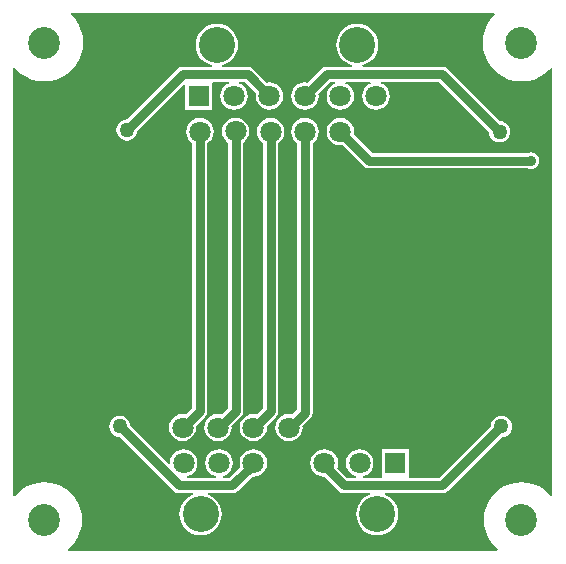
<source format=gbl>
G04*
G04 #@! TF.GenerationSoftware,Altium Limited,Altium Designer,19.1.7 (138)*
G04*
G04 Layer_Physical_Order=2*
G04 Layer_Color=16711680*
%FSLAX25Y25*%
%MOIN*%
G70*
G01*
G75*
%ADD23C,0.03000*%
%ADD24C,0.12000*%
%ADD25C,0.07087*%
%ADD26R,0.07087X0.07087*%
%ADD27C,0.03543*%
%ADD28R,0.03543X0.03543*%
%ADD29C,0.10630*%
%ADD30C,0.05000*%
%ADD31C,0.02000*%
G36*
X162004Y180285D02*
X161704Y180028D01*
X160383Y178482D01*
X159321Y176749D01*
X158543Y174870D01*
X158068Y172893D01*
X157909Y170866D01*
X158068Y168839D01*
X158543Y166862D01*
X159321Y164984D01*
X160383Y163250D01*
X161704Y161704D01*
X163250Y160383D01*
X164984Y159321D01*
X166862Y158543D01*
X168839Y158068D01*
X170866Y157909D01*
X172893Y158068D01*
X174870Y158543D01*
X176749Y159321D01*
X178482Y160383D01*
X180028Y161704D01*
X180679Y162466D01*
X181148Y162292D01*
Y19813D01*
X180648Y19628D01*
X179743Y20688D01*
X178245Y21967D01*
X176565Y22996D01*
X174745Y23750D01*
X172830Y24210D01*
X170866Y24365D01*
X168902Y24210D01*
X166987Y23750D01*
X165167Y22996D01*
X163487Y21967D01*
X161989Y20688D01*
X160710Y19190D01*
X159681Y17510D01*
X158927Y15690D01*
X158467Y13775D01*
X158313Y11811D01*
X158467Y9847D01*
X158927Y7932D01*
X159681Y6112D01*
X160710Y4432D01*
X161989Y2934D01*
X163049Y2029D01*
X162864Y1529D01*
X19814D01*
X19630Y2029D01*
X20688Y2934D01*
X21968Y4432D01*
X22997Y6111D01*
X23751Y7931D01*
X24211Y9847D01*
X24366Y11811D01*
X24211Y13775D01*
X23751Y15691D01*
X22997Y17511D01*
X21968Y19190D01*
X20688Y20688D01*
X19190Y21968D01*
X17511Y22997D01*
X15691Y23751D01*
X13775Y24211D01*
X11811Y24366D01*
X9847Y24211D01*
X7931Y23751D01*
X6111Y22997D01*
X4432Y21968D01*
X2934Y20688D01*
X2029Y19630D01*
X1529Y19814D01*
Y162292D01*
X1998Y162466D01*
X2649Y161704D01*
X4195Y160383D01*
X5928Y159321D01*
X7807Y158543D01*
X9784Y158068D01*
X11811Y157909D01*
X13838Y158068D01*
X15815Y158543D01*
X17694Y159321D01*
X19427Y160383D01*
X20973Y161704D01*
X22294Y163250D01*
X23356Y164984D01*
X24134Y166862D01*
X24609Y168839D01*
X24768Y170866D01*
X24609Y172893D01*
X24134Y174870D01*
X23356Y176749D01*
X22294Y178482D01*
X20973Y180028D01*
X20673Y180285D01*
X20846Y180754D01*
X161831D01*
X162004Y180285D01*
D02*
G37*
%LPC*%
G36*
X69342Y177113D02*
X67970Y176978D01*
X66650Y176577D01*
X65434Y175927D01*
X64368Y175052D01*
X63493Y173987D01*
X62843Y172771D01*
X62443Y171451D01*
X62308Y170079D01*
X62443Y168707D01*
X62843Y167387D01*
X63493Y166171D01*
X64368Y165105D01*
X65434Y164230D01*
X66650Y163580D01*
X67623Y163285D01*
X67549Y162785D01*
X57874D01*
X56899Y162591D01*
X56072Y162039D01*
X39284Y145251D01*
X38456Y145142D01*
X37605Y144790D01*
X36874Y144228D01*
X36313Y143497D01*
X35960Y142646D01*
X35840Y141732D01*
X35960Y140819D01*
X36313Y139967D01*
X36874Y139236D01*
X37605Y138675D01*
X38456Y138322D01*
X39370Y138202D01*
X40284Y138322D01*
X41135Y138675D01*
X41866Y139236D01*
X42427Y139967D01*
X42780Y140819D01*
X42889Y141646D01*
X58236Y156994D01*
X58698Y156802D01*
Y148435D01*
X67785D01*
Y157522D01*
X68217Y157687D01*
X73241D01*
X73341Y157187D01*
X72761Y156947D01*
X71812Y156219D01*
X71084Y155270D01*
X70626Y154165D01*
X70470Y152979D01*
X70626Y151793D01*
X71084Y150688D01*
X71812Y149738D01*
X72761Y149010D01*
X73867Y148552D01*
X75053Y148396D01*
X76239Y148552D01*
X77344Y149010D01*
X78293Y149738D01*
X79021Y150688D01*
X79479Y151793D01*
X79635Y152979D01*
X79479Y154165D01*
X79021Y155270D01*
X78293Y156219D01*
X77344Y156947D01*
X76765Y157187D01*
X76864Y157687D01*
X78550D01*
X82395Y153843D01*
X82281Y152979D01*
X82437Y151793D01*
X82895Y150688D01*
X83623Y149738D01*
X84572Y149010D01*
X85678Y148552D01*
X86864Y148396D01*
X88050Y148552D01*
X89155Y149010D01*
X90104Y149738D01*
X90832Y150688D01*
X91290Y151793D01*
X91446Y152979D01*
X91290Y154165D01*
X90832Y155270D01*
X90104Y156219D01*
X89155Y156947D01*
X88050Y157405D01*
X86864Y157561D01*
X86000Y157448D01*
X81409Y162039D01*
X80582Y162591D01*
X79606Y162785D01*
X71135D01*
X71061Y163285D01*
X72034Y163580D01*
X73250Y164230D01*
X74315Y165105D01*
X75190Y166171D01*
X75840Y167387D01*
X76240Y168707D01*
X76376Y170079D01*
X76240Y171451D01*
X75840Y172771D01*
X75190Y173987D01*
X74315Y175052D01*
X73250Y175927D01*
X72034Y176577D01*
X70714Y176978D01*
X69342Y177113D01*
D02*
G37*
G36*
X116142D02*
X114769Y176978D01*
X113450Y176577D01*
X112234Y175927D01*
X111168Y175052D01*
X110293Y173987D01*
X109643Y172771D01*
X109243Y171451D01*
X109108Y170079D01*
X109243Y168707D01*
X109643Y167387D01*
X110293Y166171D01*
X111168Y165105D01*
X112234Y164230D01*
X113450Y163580D01*
X114423Y163285D01*
X114349Y162785D01*
X105932D01*
X104957Y162591D01*
X104130Y162039D01*
X99539Y157448D01*
X98675Y157561D01*
X97489Y157405D01*
X96384Y156947D01*
X95434Y156219D01*
X94706Y155270D01*
X94248Y154165D01*
X94092Y152979D01*
X94248Y151793D01*
X94706Y150688D01*
X95434Y149738D01*
X96384Y149010D01*
X97489Y148552D01*
X98675Y148396D01*
X99861Y148552D01*
X100966Y149010D01*
X101915Y149738D01*
X102643Y150688D01*
X103101Y151793D01*
X103257Y152979D01*
X103144Y153843D01*
X106988Y157687D01*
X108674D01*
X108774Y157187D01*
X108195Y156947D01*
X107246Y156219D01*
X106517Y155270D01*
X106060Y154165D01*
X105903Y152979D01*
X106060Y151793D01*
X106517Y150688D01*
X107246Y149738D01*
X108195Y149010D01*
X109300Y148552D01*
X110486Y148396D01*
X111672Y148552D01*
X112777Y149010D01*
X113726Y149738D01*
X114454Y150688D01*
X114912Y151793D01*
X115068Y152979D01*
X114912Y154165D01*
X114454Y155270D01*
X113726Y156219D01*
X112777Y156947D01*
X112198Y157187D01*
X112297Y157687D01*
X120485D01*
X120585Y157187D01*
X120006Y156947D01*
X119056Y156219D01*
X118328Y155270D01*
X117870Y154165D01*
X117714Y152979D01*
X117870Y151793D01*
X118328Y150688D01*
X119056Y149738D01*
X120006Y149010D01*
X121111Y148552D01*
X122297Y148396D01*
X123483Y148552D01*
X124588Y149010D01*
X125537Y149738D01*
X126265Y150688D01*
X126723Y151793D01*
X126879Y152979D01*
X126723Y154165D01*
X126265Y155270D01*
X125537Y156219D01*
X124588Y156947D01*
X124009Y157187D01*
X124108Y157687D01*
X143432D01*
X160066Y141054D01*
X160175Y140226D01*
X160527Y139375D01*
X161088Y138644D01*
X161820Y138083D01*
X162671Y137730D01*
X163585Y137610D01*
X164498Y137730D01*
X165350Y138083D01*
X166081Y138644D01*
X166642Y139375D01*
X166995Y140226D01*
X167115Y141140D01*
X166995Y142053D01*
X166642Y142905D01*
X166081Y143636D01*
X165350Y144197D01*
X164498Y144550D01*
X163671Y144659D01*
X146291Y162039D01*
X145464Y162591D01*
X144488Y162785D01*
X117935D01*
X117861Y163285D01*
X118833Y163580D01*
X120050Y164230D01*
X121115Y165105D01*
X121990Y166171D01*
X122640Y167387D01*
X123040Y168707D01*
X123176Y170079D01*
X123040Y171451D01*
X122640Y172771D01*
X121990Y173987D01*
X121115Y175052D01*
X120050Y175927D01*
X118833Y176577D01*
X117514Y176978D01*
X116142Y177113D01*
D02*
G37*
G36*
X110486Y145750D02*
X109300Y145594D01*
X108195Y145136D01*
X107246Y144408D01*
X106517Y143459D01*
X106060Y142354D01*
X105903Y141168D01*
X106060Y139982D01*
X106517Y138876D01*
X107246Y137927D01*
X108195Y137199D01*
X109300Y136741D01*
X110486Y136585D01*
X111350Y136699D01*
X118355Y129694D01*
X119182Y129141D01*
X120158Y128947D01*
X172927D01*
X173292Y128796D01*
X174016Y128700D01*
X174739Y128796D01*
X175414Y129075D01*
X175993Y129519D01*
X176437Y130098D01*
X176716Y130772D01*
X176811Y131496D01*
X176716Y132220D01*
X176437Y132894D01*
X175993Y133473D01*
X175414Y133917D01*
X174739Y134196D01*
X174016Y134292D01*
X173292Y134196D01*
X172927Y134045D01*
X121213D01*
X114955Y140304D01*
X115068Y141168D01*
X114912Y142354D01*
X114454Y143459D01*
X113726Y144408D01*
X112777Y145136D01*
X111672Y145594D01*
X110486Y145750D01*
D02*
G37*
G36*
X98675D02*
X97489Y145594D01*
X96384Y145136D01*
X95434Y144408D01*
X94706Y143459D01*
X94248Y142354D01*
X94092Y141168D01*
X94248Y139982D01*
X94706Y138876D01*
X95434Y137927D01*
X96126Y137397D01*
Y48557D01*
X94508Y46940D01*
X94493Y46946D01*
X93307Y47102D01*
X92121Y46946D01*
X91016Y46488D01*
X90067Y45760D01*
X89338Y44811D01*
X88881Y43706D01*
X88725Y42520D01*
X88881Y41334D01*
X89338Y40228D01*
X90067Y39279D01*
X91016Y38551D01*
X92121Y38093D01*
X93307Y37937D01*
X94493Y38093D01*
X95598Y38551D01*
X96547Y39279D01*
X97276Y40228D01*
X97733Y41334D01*
X97890Y42520D01*
X97821Y43043D01*
X100477Y45699D01*
X101030Y46526D01*
X101224Y47502D01*
Y137397D01*
X101915Y137927D01*
X102643Y138876D01*
X103101Y139982D01*
X103257Y141168D01*
X103101Y142354D01*
X102643Y143459D01*
X101915Y144408D01*
X100966Y145136D01*
X99861Y145594D01*
X98675Y145750D01*
D02*
G37*
G36*
X87257D02*
X86071Y145594D01*
X84966Y145136D01*
X84017Y144408D01*
X83289Y143459D01*
X82831Y142354D01*
X82675Y141168D01*
X82831Y139982D01*
X83289Y138876D01*
X84017Y137927D01*
X84708Y137397D01*
Y48951D01*
X82697Y46940D01*
X82682Y46946D01*
X81496Y47102D01*
X80310Y46946D01*
X79205Y46488D01*
X78256Y45760D01*
X77527Y44811D01*
X77070Y43706D01*
X76914Y42520D01*
X77070Y41334D01*
X77527Y40228D01*
X78256Y39279D01*
X79205Y38551D01*
X80310Y38093D01*
X81496Y37937D01*
X82682Y38093D01*
X83787Y38551D01*
X84736Y39279D01*
X85465Y40228D01*
X85922Y41334D01*
X86079Y42520D01*
X86010Y43043D01*
X89060Y46093D01*
X89612Y46920D01*
X89806Y47895D01*
Y137397D01*
X90498Y137927D01*
X91226Y138876D01*
X91684Y139982D01*
X91840Y141168D01*
X91684Y142354D01*
X91226Y143459D01*
X90498Y144408D01*
X89549Y145136D01*
X88443Y145594D01*
X87257Y145750D01*
D02*
G37*
G36*
X75546Y145850D02*
X74360Y145694D01*
X73255Y145236D01*
X72306Y144508D01*
X71578Y143559D01*
X71120Y142454D01*
X70964Y141268D01*
X71120Y140082D01*
X71578Y138977D01*
X72306Y138027D01*
X72997Y137497D01*
Y49051D01*
X70886Y46940D01*
X70871Y46946D01*
X69685Y47102D01*
X68499Y46946D01*
X67394Y46488D01*
X66445Y45760D01*
X65716Y44811D01*
X65259Y43706D01*
X65102Y42520D01*
X65259Y41334D01*
X65716Y40228D01*
X66445Y39279D01*
X67394Y38551D01*
X68499Y38093D01*
X69685Y37937D01*
X70871Y38093D01*
X71976Y38551D01*
X72925Y39279D01*
X73654Y40228D01*
X74111Y41334D01*
X74268Y42520D01*
X74199Y43043D01*
X77349Y46193D01*
X77901Y47020D01*
X78095Y47995D01*
Y137497D01*
X78787Y138027D01*
X79515Y138977D01*
X79973Y140082D01*
X80129Y141268D01*
X79973Y142454D01*
X79515Y143559D01*
X78787Y144508D01*
X77838Y145236D01*
X76732Y145694D01*
X75546Y145850D01*
D02*
G37*
G36*
X63635Y145750D02*
X62449Y145594D01*
X61344Y145136D01*
X60395Y144408D01*
X59667Y143459D01*
X59209Y142354D01*
X59053Y141168D01*
X59209Y139982D01*
X59667Y138876D01*
X60395Y137927D01*
X61086Y137397D01*
Y48951D01*
X59075Y46940D01*
X59060Y46946D01*
X57874Y47102D01*
X56688Y46946D01*
X55583Y46488D01*
X54634Y45760D01*
X53905Y44811D01*
X53448Y43706D01*
X53291Y42520D01*
X53448Y41334D01*
X53905Y40228D01*
X54634Y39279D01*
X55583Y38551D01*
X56688Y38093D01*
X57874Y37937D01*
X59060Y38093D01*
X60165Y38551D01*
X61114Y39279D01*
X61843Y40228D01*
X62300Y41334D01*
X62457Y42520D01*
X62388Y43043D01*
X65438Y46093D01*
X65990Y46920D01*
X66184Y47895D01*
Y137397D01*
X66876Y137927D01*
X67604Y138876D01*
X68062Y139982D01*
X68218Y141168D01*
X68062Y142354D01*
X67604Y143459D01*
X66876Y144408D01*
X65927Y145136D01*
X64821Y145594D01*
X63635Y145750D01*
D02*
G37*
G36*
X37008Y46444D02*
X36094Y46323D01*
X35243Y45971D01*
X34512Y45410D01*
X33951Y44679D01*
X33598Y43827D01*
X33478Y42913D01*
X33598Y42000D01*
X33951Y41148D01*
X34512Y40417D01*
X35243Y39856D01*
X36094Y39503D01*
X36922Y39395D01*
X54891Y21426D01*
X55717Y20873D01*
X56693Y20679D01*
X61310D01*
X61384Y20179D01*
X61182Y20118D01*
X59966Y19468D01*
X58900Y18593D01*
X58026Y17527D01*
X57376Y16311D01*
X56975Y14992D01*
X56840Y13620D01*
X56975Y12247D01*
X57376Y10928D01*
X58026Y9712D01*
X58900Y8646D01*
X59966Y7771D01*
X61182Y7121D01*
X62502Y6721D01*
X63874Y6586D01*
X65246Y6721D01*
X66566Y7121D01*
X67782Y7771D01*
X68848Y8646D01*
X69722Y9712D01*
X70372Y10928D01*
X70773Y12247D01*
X70908Y13620D01*
X70773Y14992D01*
X70372Y16311D01*
X69722Y17527D01*
X68848Y18593D01*
X67782Y19468D01*
X66566Y20118D01*
X66364Y20179D01*
X66438Y20679D01*
X74402D01*
X75377Y20873D01*
X76204Y21426D01*
X80973Y26195D01*
X81496Y26126D01*
X82682Y26282D01*
X83787Y26740D01*
X84736Y27468D01*
X85465Y28417D01*
X85922Y29523D01*
X86079Y30709D01*
X85922Y31895D01*
X85465Y33000D01*
X84736Y33949D01*
X83787Y34677D01*
X82682Y35135D01*
X81496Y35291D01*
X80310Y35135D01*
X79205Y34677D01*
X78256Y33949D01*
X77527Y33000D01*
X77070Y31895D01*
X76914Y30709D01*
X77070Y29523D01*
X77076Y29507D01*
X73346Y25777D01*
X71260D01*
X71227Y26277D01*
X71265Y26282D01*
X72370Y26740D01*
X73319Y27468D01*
X74047Y28417D01*
X74505Y29523D01*
X74661Y30709D01*
X74505Y31895D01*
X74047Y33000D01*
X73319Y33949D01*
X72370Y34677D01*
X71265Y35135D01*
X70079Y35291D01*
X68893Y35135D01*
X67787Y34677D01*
X66838Y33949D01*
X66110Y33000D01*
X65652Y31895D01*
X65496Y30709D01*
X65652Y29523D01*
X66110Y28417D01*
X66838Y27468D01*
X67787Y26740D01*
X68893Y26282D01*
X68931Y26277D01*
X68898Y25777D01*
X59449D01*
X59416Y26277D01*
X59454Y26282D01*
X60559Y26740D01*
X61508Y27468D01*
X62236Y28417D01*
X62694Y29523D01*
X62850Y30709D01*
X62694Y31895D01*
X62236Y33000D01*
X61508Y33949D01*
X60559Y34677D01*
X59454Y35135D01*
X58268Y35291D01*
X57082Y35135D01*
X55976Y34677D01*
X55027Y33949D01*
X54299Y33000D01*
X53841Y31895D01*
X53685Y30709D01*
X53715Y30480D01*
X53267Y30259D01*
X40527Y42999D01*
X40418Y43827D01*
X40065Y44679D01*
X39504Y45410D01*
X38773Y45971D01*
X37922Y46323D01*
X37008Y46444D01*
D02*
G37*
G36*
X164173D02*
X163259Y46323D01*
X162408Y45971D01*
X161677Y45410D01*
X161116Y44679D01*
X160763Y43827D01*
X160654Y42999D01*
X143432Y25777D01*
X133561D01*
X133317Y26176D01*
X133317Y26277D01*
Y35263D01*
X124231D01*
Y26277D01*
X124231Y26176D01*
X123987Y25777D01*
X118110D01*
X118077Y26277D01*
X118115Y26282D01*
X119220Y26740D01*
X120169Y27468D01*
X120898Y28417D01*
X121355Y29523D01*
X121512Y30709D01*
X121355Y31895D01*
X120898Y33000D01*
X120169Y33949D01*
X119220Y34677D01*
X118115Y35135D01*
X116929Y35291D01*
X115743Y35135D01*
X114638Y34677D01*
X113689Y33949D01*
X112961Y33000D01*
X112503Y31895D01*
X112347Y30709D01*
X112503Y29523D01*
X112961Y28417D01*
X113689Y27468D01*
X114638Y26740D01*
X115743Y26282D01*
X115781Y26277D01*
X115748Y25777D01*
X112816D01*
X109406Y29188D01*
X109545Y29523D01*
X109701Y30709D01*
X109545Y31895D01*
X109087Y33000D01*
X108358Y33949D01*
X107409Y34677D01*
X106304Y35135D01*
X105118Y35291D01*
X103932Y35135D01*
X102827Y34677D01*
X101878Y33949D01*
X101149Y33000D01*
X100692Y31895D01*
X100536Y30709D01*
X100692Y29523D01*
X101149Y28417D01*
X101878Y27468D01*
X102827Y26740D01*
X103932Y26282D01*
X105118Y26126D01*
X105241Y26142D01*
X109958Y21426D01*
X110785Y20873D01*
X111760Y20679D01*
X120210D01*
X120284Y20179D01*
X120082Y20118D01*
X118866Y19468D01*
X117800Y18593D01*
X116926Y17527D01*
X116276Y16311D01*
X115875Y14992D01*
X115740Y13620D01*
X115875Y12247D01*
X116276Y10928D01*
X116926Y9712D01*
X117800Y8646D01*
X118866Y7771D01*
X120082Y7121D01*
X121402Y6721D01*
X122774Y6586D01*
X124146Y6721D01*
X125466Y7121D01*
X126682Y7771D01*
X127748Y8646D01*
X128622Y9712D01*
X129272Y10928D01*
X129673Y12247D01*
X129808Y13620D01*
X129673Y14992D01*
X129272Y16311D01*
X128622Y17527D01*
X127748Y18593D01*
X126682Y19468D01*
X125466Y20118D01*
X125264Y20179D01*
X125338Y20679D01*
X144488D01*
X145464Y20873D01*
X146291Y21426D01*
X164259Y39395D01*
X165087Y39503D01*
X165938Y39856D01*
X166669Y40417D01*
X167230Y41148D01*
X167583Y42000D01*
X167703Y42913D01*
X167583Y43827D01*
X167230Y44679D01*
X166669Y45410D01*
X165938Y45971D01*
X165087Y46323D01*
X164173Y46444D01*
D02*
G37*
%LPD*%
D23*
X74402Y23228D02*
X81689Y30516D01*
X104264Y31437D02*
X105055Y30646D01*
Y29934D02*
Y30646D01*
Y29934D02*
X111760Y23228D01*
X79606Y160236D02*
X86864Y152979D01*
X57874Y160236D02*
X79606D01*
X144488D02*
X163585Y141140D01*
X105932Y160236D02*
X144488D01*
X144488Y23228D02*
X164173Y42913D01*
X111760Y23228D02*
X144488D01*
X56693D02*
X74402D01*
X37008Y42913D02*
X56693Y23228D01*
X39370Y141732D02*
X57874Y160236D01*
X98675Y152979D02*
X105932Y160236D01*
X120158Y131496D02*
X174016D01*
X110486Y141168D02*
X120158Y131496D01*
X58201Y42461D02*
X63635Y47895D01*
Y141168D01*
X75546Y47995D02*
Y141268D01*
X70012Y42461D02*
X75546Y47995D01*
X81823Y42461D02*
X87257Y47895D01*
Y141168D01*
X93634Y42461D02*
X98675Y47502D01*
Y141168D01*
X70866Y41732D02*
Y42838D01*
D24*
X63874Y13620D02*
D03*
X122774D02*
D03*
X116142Y170079D02*
D03*
X69342D02*
D03*
D25*
X128740Y42520D02*
D03*
X116929Y30709D02*
D03*
X81496D02*
D03*
X105118Y42520D02*
D03*
X70079Y30709D02*
D03*
X58268D02*
D03*
X57874Y42520D02*
D03*
X116929D02*
D03*
X93307D02*
D03*
X81496D02*
D03*
X69685D02*
D03*
X93307Y30709D02*
D03*
X105118D02*
D03*
X122297Y141168D02*
D03*
X75546Y141268D02*
D03*
X98675Y141168D02*
D03*
X110486Y152979D02*
D03*
X87257Y141168D02*
D03*
X63635D02*
D03*
X122297Y152979D02*
D03*
X98675D02*
D03*
X86864D02*
D03*
X75053D02*
D03*
X110486Y141168D02*
D03*
D26*
X128774Y30720D02*
D03*
X63242Y152979D02*
D03*
D27*
X174016Y131496D02*
D03*
D28*
Y141339D02*
D03*
D29*
X11811Y170866D02*
D03*
Y11811D02*
D03*
X170866D02*
D03*
Y170866D02*
D03*
D30*
X93701Y19291D02*
D03*
X111417Y55905D02*
D03*
X149213Y140551D02*
D03*
X163585Y141140D02*
D03*
X164173Y42913D02*
D03*
X39370Y141732D02*
D03*
X37008Y42913D02*
D03*
D31*
X86837Y141168D02*
X87257D01*
M02*

</source>
